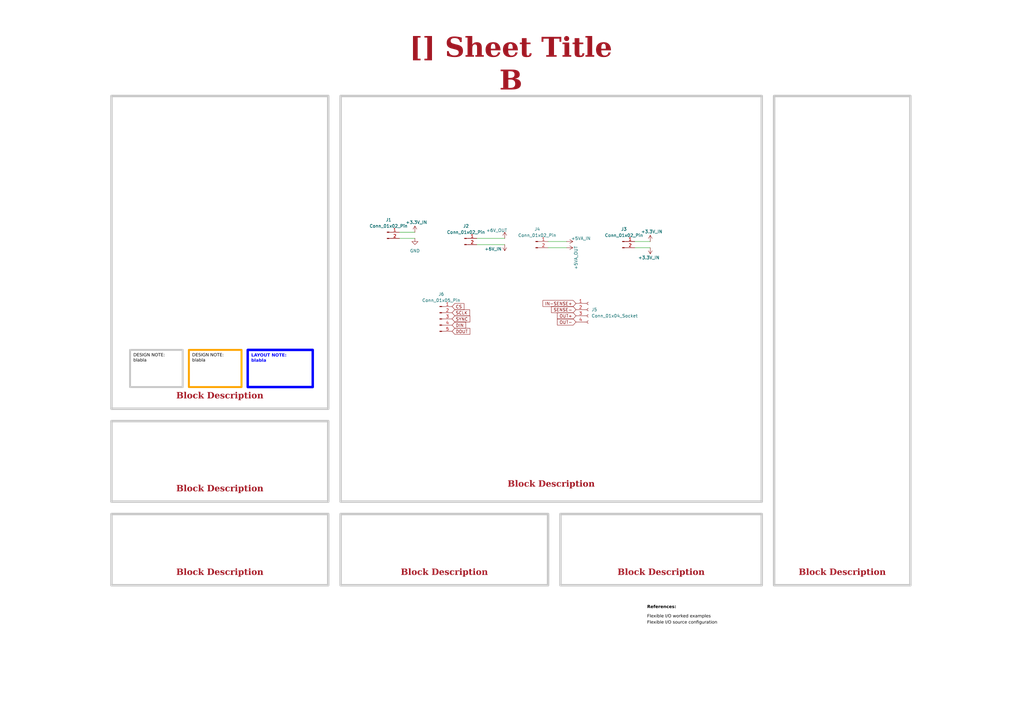
<source format=kicad_sch>
(kicad_sch (version 20250114) (generator "eeschema") (generator_version "9.0")
  (paper "A3")
  (title_block (title "Sheet Title B") (date "2025-01-12") (rev "${REVISION}") (company "${COMPANY}"))
  (lib_symbols
    (symbol "Connector:Conn_01x02_Pin" (pin_names (offset 1.016) (hide yes))
      (property "Reference" "J" (at 0 2.54 0))
      (property "Value" "Conn_01x02_Pin" (at 0 -5.08 0))
      (symbol "Conn_01x02_Pin_1_1"
        (rectangle (start 0.8636 0.127) (end 0 -0.127) (stroke (width 0.1524)) (fill (type outline)))
        (rectangle (start 0.8636 -2.413) (end 0 -2.667) (stroke (width 0.1524)) (fill (type outline)))
        (polyline (pts (xy 1.27 0) (xy 0.8636 0)) (stroke (width 0.1524)))
        (polyline (pts (xy 1.27 -2.54) (xy 0.8636 -2.54)) (stroke (width 0.1524)))
        (pin passive line (at 5.08 0 180) (length 3.81) (name "Pin_1") (number "1"))
        (pin passive line (at 5.08 -2.54 180) (length 3.81) (name "Pin_2") (number "2"))
      )
    )
    (symbol "Connector:Conn_01x04_Socket" (pin_names (offset 1.016) (hide yes))
      (property "Reference" "J" (at 0 5.08 0))
      (property "Value" "Conn_01x04_Socket" (at 0 -7.62 0))
      (symbol "Conn_01x04_Socket_1_1"
        (polyline (pts (xy -1.27 2.54) (xy -0.508 2.54)) (stroke (width 0.1524)))
        (polyline (pts (xy -1.27 0) (xy -0.508 0)) (stroke (width 0.1524)))
        (polyline (pts (xy -1.27 -2.54) (xy -0.508 -2.54)) (stroke (width 0.1524)))
        (polyline (pts (xy -1.27 -5.08) (xy -0.508 -5.08)) (stroke (width 0.1524)))
        (arc (start 0 2.032) (mid -0.5058 2.54) (end 0 3.048) (stroke (width 0.1524)))
        (arc (start 0 -0.508) (mid -0.5058 0) (end 0 0.508) (stroke (width 0.1524)))
        (arc (start 0 -3.048) (mid -0.5058 -2.54) (end 0 -2.032) (stroke (width 0.1524)))
        (arc (start 0 -5.588) (mid -0.5058 -5.08) (end 0 -4.572) (stroke (width 0.1524)))
        (pin passive line (at -5.08 2.54 0) (length 3.81) (name "Pin_1") (number "1"))
        (pin passive line (at -5.08 0 0) (length 3.81) (name "Pin_2") (number "2"))
        (pin passive line (at -5.08 -2.54 0) (length 3.81) (name "Pin_3") (number "3"))
        (pin passive line (at -5.08 -5.08 0) (length 3.81) (name "Pin_4") (number "4"))
      )
    )
    (symbol "Connector:Conn_01x05_Pin" (pin_names (offset 1.016) (hide yes))
      (property "Reference" "J" (at 0 7.62 0))
      (property "Value" "Conn_01x05_Pin" (at 0 -7.62 0))
      (symbol "Conn_01x05_Pin_1_1"
        (rectangle (start 0.8636 5.207) (end 0 4.953) (stroke (width 0.1524)) (fill (type outline)))
        (rectangle (start 0.8636 2.667) (end 0 2.413) (stroke (width 0.1524)) (fill (type outline)))
        (rectangle (start 0.8636 0.127) (end 0 -0.127) (stroke (width 0.1524)) (fill (type outline)))
        (rectangle (start 0.8636 -2.413) (end 0 -2.667) (stroke (width 0.1524)) (fill (type outline)))
        (rectangle (start 0.8636 -4.953) (end 0 -5.207) (stroke (width 0.1524)) (fill (type outline)))
        (polyline (pts (xy 1.27 5.08) (xy 0.8636 5.08)) (stroke (width 0.1524)))
        (polyline (pts (xy 1.27 2.54) (xy 0.8636 2.54)) (stroke (width 0.1524)))
        (polyline (pts (xy 1.27 0) (xy 0.8636 0)) (stroke (width 0.1524)))
        (polyline (pts (xy 1.27 -2.54) (xy 0.8636 -2.54)) (stroke (width 0.1524)))
        (polyline (pts (xy 1.27 -5.08) (xy 0.8636 -5.08)) (stroke (width 0.1524)))
        (pin passive line (at 5.08 5.08 180) (length 3.81) (name "Pin_1") (number "1"))
        (pin passive line (at 5.08 2.54 180) (length 3.81) (name "Pin_2") (number "2"))
        (pin passive line (at 5.08 0 180) (length 3.81) (name "Pin_3") (number "3"))
        (pin passive line (at 5.08 -2.54 180) (length 3.81) (name "Pin_4") (number "4"))
        (pin passive line (at 5.08 -5.08 180) (length 3.81) (name "Pin_5") (number "5"))
      )
    )
    (symbol "power:+3.3V" (power) (pin_numbers (hide yes)) (pin_names (offset 0) (hide yes))
      (property "Value" "+3.3V" (at 0 3.556 0))
      (symbol "+3.3V_0_1"
        (polyline (pts (xy -0.762 1.27) (xy 0 2.54)))
        (polyline (pts (xy 0 2.54) (xy 0.762 1.27)))
        (polyline (pts (xy 0 0) (xy 0 2.54)))
      )
      (symbol "+3.3V_1_1"
        (pin power_in line (at 0 0 90) (length 0) (name "~") (number "1"))
      )
    )
    (symbol "power:+5VA" (power) (pin_numbers (hide yes)) (pin_names (offset 0) (hide yes))
      (property "Value" "+5VA" (at 0 3.556 0))
      (symbol "+5VA_0_1"
        (polyline (pts (xy -0.762 1.27) (xy 0 2.54)))
        (polyline (pts (xy 0 2.54) (xy 0.762 1.27)))
        (polyline (pts (xy 0 0) (xy 0 2.54)))
      )
      (symbol "+5VA_1_1"
        (pin power_in line (at 0 0 90) (length 0) (name "~") (number "1"))
      )
    )
    (symbol "power:+6V" (power) (pin_numbers (hide yes)) (pin_names (offset 0) (hide yes))
      (property "Value" "+6V" (at 0 3.556 0))
      (symbol "+6V_0_1"
        (polyline (pts (xy -0.762 1.27) (xy 0 2.54)))
        (polyline (pts (xy 0 2.54) (xy 0.762 1.27)))
        (polyline (pts (xy 0 0) (xy 0 2.54)))
      )
      (symbol "+6V_1_1"
        (pin power_in line (at 0 0 90) (length 0) (name "~") (number "1"))
      )
    )
    (symbol "power:GND" (power) (pin_numbers (hide yes)) (pin_names (offset 0) (hide yes))
      (property "Value" "GND" (at 0 -3.81 0))
      (symbol "GND_0_1"
        (polyline (pts (xy 0 0) (xy 0 -1.27) (xy 1.27 -1.27) (xy 0 -2.54) (xy -1.27 -1.27) (xy 0 -1.27)))
      )
      (symbol "GND_1_1"
        (pin power_in line (at 0 0 270) (length 0) (name "~") (number "1"))
      )
    )
  )
  (rectangle (start 317.5 39.37) (end 373.38 240.03) (stroke (width 1) (color 200 200 200 1)))
  (rectangle (start 45.72 172.72) (end 134.62 205.74) (stroke (width 1) (color 200 200 200 1)))
  (rectangle (start 45.72 210.82) (end 134.62 240.03) (stroke (width 1) (color 200 200 200 1)))
  (rectangle (start 139.7 210.82) (end 224.79 240.03) (stroke (width 1) (color 200 200 200 1)))
  (rectangle (start 45.72 39.37) (end 134.62 167.64) (stroke (width 1) (color 200 200 200 1)))
  (rectangle (start 139.7 39.37) (end 312.42 205.74) (stroke (width 1) (color 200 200 200 1)))
  (rectangle (start 229.87 210.82) (end 312.42 240.03) (stroke (width 1) (color 200 200 200 1)))
  (text "Flexible I/O worked examples" (at 265.43 254 0) (effects (font (size 1.27 1.27)) (justify left bottom)))
  (text "References:" (at 265.43 250.19 0) (effects (font (size 1.27 1.27) (thickness 0.254) (bold yes)) (justify left bottom)))
  (text "Flexible I/O source configuration" (at 265.43 256.54 0) (effects (font (size 1.27 1.27)) (justify left bottom)))
  (text_box "Block Description" (at 46.99 194.31 0) (size 86.36 9.525) (margins 1.9049 1.9049 1.9049 1.9049) (stroke (width -0.0001)) (effects (font (size 2.54 2.54) (thickness 0.508) (bold yes)) (justify bottom)))
  (text_box "Block Description" (at 140.97 228.6 0) (size 82.55 9.525) (margins 1.9049 1.9049 1.9049 1.9049) (stroke (width -0.0001)) (effects (font (size 2.54 2.54) (thickness 0.508) (bold yes)) (justify bottom)))
  (text_box "[${#}] ${TITLE}" (at 161.29 20.32 0) (size 96.52 12.7) (margins 5.9999 5.9999 5.9999 5.9999) (stroke (width -0.0001)) (effects (font (size 8 8) (thickness 1.2) (bold yes))))
  (text_box "Block Description" (at 46.99 228.6 0) (size 86.36 9.525) (margins 1.9049 1.9049 1.9049 1.9049) (stroke (width -0.0001)) (effects (font (size 2.54 2.54) (thickness 0.508) (bold yes)) (justify bottom)))
  (text_box "DESIGN NOTE:\nblabla" (at 77.47 143.51 0) (size 21.59 15.24) (margins 1.3525 1.3525 1.3525 1.3525) (stroke (width 0.8) (color 255 165 0 1)) (effects (font (size 1.27 1.27)) (justify left top)))
  (text_box "Block Description" (at 231.14 228.6 0) (size 80.01 9.525) (margins 1.9049 1.9049 1.9049 1.9049) (stroke (width -0.0001)) (effects (font (size 2.54 2.54) (thickness 0.508) (bold yes)) (justify bottom)))
  (text_box "LAYOUT NOTE:\nblabla" (at 101.6 143.51 0) (size 26.67 15.24) (margins 1.4525 1.4525 1.4525 1.4525) (stroke (width 1) (color 0 0 255 1)) (effects (font (size 1.27 1.27) (thickness 0.4) (bold yes)) (justify left top)))
  (text_box "Block Description" (at 46.99 156.21 0) (size 86.36 9.525) (margins 1.9049 1.9049 1.9049 1.9049) (stroke (width -0.0001)) (effects (font (size 2.54 2.54) (thickness 0.508) (bold yes)) (justify bottom)))
  (text_box "Block Description" (at 142.24 192.405 0) (size 167.64 9.525) (margins 1.9049 1.9049 1.9049 1.9049) (stroke (width -0.0001)) (effects (font (size 2.54 2.54) (thickness 0.508) (bold yes)) (justify bottom)))
  (text_box "Block Description" (at 318.77 228.6 0) (size 53.34 9.525) (margins 1.9049 1.9049 1.9049 1.9049) (stroke (width -0.0001)) (effects (font (size 2.54 2.54) (thickness 0.508) (bold yes)) (justify bottom)))
  (text_box "DESIGN NOTE:\nblabla" (at 53.34 143.51 0) (size 21.59 15.24) (margins 1.3525 1.3525 1.3525 1.3525) (stroke (width 0.8) (color 200 200 200 1)) (effects (font (size 1.27 1.27)) (justify left top)))
  (wire (pts (xy 207.01 100.33) (xy 195.58 100.33)))
  (wire (pts (xy 266.7 101.6) (xy 260.35 101.6)))
  (wire (pts (xy 266.7 99.06) (xy 260.35 99.06)))
  (wire (pts (xy 170.18 97.79) (xy 163.83 97.79)))
  (wire (pts (xy 232.41 101.6) (xy 224.79 101.6)))
  (wire (pts (xy 232.41 99.06) (xy 224.79 99.06)))
  (wire (pts (xy 170.18 95.25) (xy 163.83 95.25)))
  (wire (pts (xy 207.01 97.79) (xy 195.58 97.79)))
  (global_label "SCLK" (shape input) (at 185.42 128.27 0) (property "Intersheetrefs" "${INTERSHEET_REFS}" (effects (hide yes))))
  (global_label "CS" (shape input) (at 185.42 125.73 0) (property "Intersheetrefs" "${INTERSHEET_REFS}" (effects (hide yes))))
  (global_label "IN-SENSE+" (shape input) (at 236.22 124.46 180) (property "Intersheetrefs" "${INTERSHEET_REFS}" (effects (hide yes))))
  (global_label "OUT-" (shape input) (at 236.22 132.08 180) (property "Intersheetrefs" "${INTERSHEET_REFS}" (effects (hide yes))))
  (global_label "SENSE-" (shape input) (at 236.22 127 180) (property "Intersheetrefs" "${INTERSHEET_REFS}" (effects (hide yes))))
  (global_label "OUT+" (shape input) (at 236.22 129.54 180) (property "Intersheetrefs" "${INTERSHEET_REFS}" (effects (hide yes))))
  (global_label "SYNC" (shape input) (at 185.42 130.81 0) (property "Intersheetrefs" "${INTERSHEET_REFS}" (effects (hide yes))))
  (global_label "DIN" (shape input) (at 185.42 133.35 0) (property "Intersheetrefs" "${INTERSHEET_REFS}" (effects (hide yes))))
  (global_label "DOUT" (shape input) (at 185.42 135.89 0) (property "Intersheetrefs" "${INTERSHEET_REFS}" (effects (hide yes))))
  (symbol (lib_id "power:+6V") (at 207.01 100.33 180) (unit 1)
    (property "Reference" "#PWR032" (effects (hide yes)))
    (property "Value" "+6V_IN" (at 205.74 102.108 0) (effects (justify left)))
    (property "Description" "Power symbol creates a global label with name \"+6V\"" (effects (hide yes)))
  )
  (symbol (lib_id "Connector:Conn_01x04_Socket") (at 241.3 127 0) (unit 1)
    (property "Reference" "J5" (at 242.57 126.9999 0) (effects (justify left)))
    (property "Value" "Conn_01x04_Socket" (at 242.57 129.5399 0) (effects (justify left)))
    (property "Footprint" "Connector_PinSocket_2.54mm:PinSocket_1x04_P2.54mm_Vertical" (effects (hide yes)))
    (property "Description" "Generic connector, single row, 01x04, script generated" (effects (hide yes)))
  )
  (symbol (lib_id "Connector:Conn_01x05_Pin") (at 180.34 130.81 0) (unit 1)
    (property "Reference" "J6" (at 180.975 120.65 0))
    (property "Value" "Conn_01x05_Pin" (at 180.975 123.19 0))
    (property "Footprint" "Connector_PinSocket_2.54mm:PinSocket_1x05_P2.54mm_Vertical" (effects (hide yes)))
    (property "Description" "Generic connector, single row, 01x05, script generated" (effects (hide yes)))
  )
  (symbol (lib_id "power:+5VA") (at 232.41 99.06 270) (unit 1)
    (property "Reference" "#PWR035" (effects (hide yes)))
    (property "Value" "+5VA_IN" (at 234.188 97.79 90) (effects (justify left)))
    (property "Description" "Power symbol creates a global label with name \"+5VA\"" (effects (hide yes)))
  )
  (symbol (lib_id "power:+5VA") (at 232.41 101.6 270) (unit 1)
    (property "Reference" "#PWR036" (effects (hide yes)))
    (property "Value" "+5VA_OUT" (at 236.22 100.838 0) (effects (justify left)))
    (property "Description" "Power symbol creates a global label with name \"+5VA\"" (effects (hide yes)))
  )
  (symbol (lib_id "power:+3.3V") (at 170.18 95.25 0) (unit 1)
    (property "Reference" "#PWR030" (effects (hide yes)))
    (property "Value" "+3.3V_IN" (at 166.37 91.186 0) (effects (justify left)))
    (property "Description" "Power symbol creates a global label with name \"+3.3V\"" (effects (hide yes)))
  )
  (symbol (lib_id "Connector:Conn_01x02_Pin") (at 255.27 99.06 0) (unit 1)
    (property "Reference" "J3" (at 255.905 93.98 0))
    (property "Value" "Conn_01x02_Pin" (at 255.905 96.52 0))
    (property "Footprint" "Connector_PinHeader_2.54mm:PinHeader_1x02_P2.54mm_Vertical" (effects (hide yes)))
    (property "Description" "Generic connector, single row, 01x02, script generated" (effects (hide yes)))
  )
  (symbol (lib_id "power:GND") (at 170.18 97.79 0) (unit 1)
    (property "Reference" "#PWR029" (effects (hide yes)))
    (property "Value" "GND" (at 170.18 102.87 0))
    (property "Description" "Power symbol creates a global label with name \"GND\" , ground" (effects (hide yes)))
  )
  (symbol (lib_id "Connector:Conn_01x02_Pin") (at 219.71 99.06 0) (unit 1)
    (property "Reference" "J4" (at 220.345 93.98 0))
    (property "Value" "Conn_01x02_Pin" (at 220.345 96.52 0))
    (property "Footprint" "Connector_PinHeader_2.54mm:PinHeader_1x02_P2.54mm_Vertical" (effects (hide yes)))
    (property "Description" "Generic connector, single row, 01x02, script generated" (effects (hide yes)))
  )
  (symbol (lib_id "power:+3.3V") (at 266.7 99.06 0) (unit 1)
    (property "Reference" "#PWR033" (effects (hide yes)))
    (property "Value" "+3.3V_IN" (at 262.89 94.996 0) (effects (justify left)))
    (property "Description" "Power symbol creates a global label with name \"+3.3V\"" (effects (hide yes)))
  )
  (symbol (lib_id "power:+3.3V") (at 266.7 101.6 180) (unit 1)
    (property "Reference" "#PWR034" (effects (hide yes)))
    (property "Value" "+3.3V_IN" (at 270.51 105.664 0) (effects (justify left)))
    (property "Description" "Power symbol creates a global label with name \"+3.3V\"" (effects (hide yes)))
  )
  (symbol (lib_id "Connector:Conn_01x02_Pin") (at 158.75 95.25 0) (unit 1)
    (property "Reference" "J1" (at 159.385 90.17 0))
    (property "Value" "Conn_01x02_Pin" (at 159.385 92.71 0))
    (property "Footprint" "Connector_PinHeader_2.54mm:PinHeader_1x02_P2.54mm_Vertical" (effects (hide yes)))
    (property "Description" "Generic connector, single row, 01x02, script generated" (effects (hide yes)))
  )
  (symbol (lib_id "power:+6V") (at 207.01 97.79 0) (unit 1)
    (property "Reference" "#PWR031" (effects (hide yes)))
    (property "Value" "+6V_OUT" (at 199.39 94.488 0) (effects (justify left)))
    (property "Description" "Power symbol creates a global label with name \"+6V\"" (effects (hide yes)))
  )
  (symbol (lib_id "Connector:Conn_01x02_Pin") (at 190.5 97.79 0) (unit 1)
    (property "Reference" "J2" (at 191.135 92.71 0))
    (property "Value" "Conn_01x02_Pin" (at 191.135 95.25 0))
    (property "Footprint" "Connector_PinHeader_2.54mm:PinHeader_1x02_P2.54mm_Vertical" (effects (hide yes)))
    (property "Description" "Generic connector, single row, 01x02, script generated" (effects (hide yes)))
  )
)
</source>
